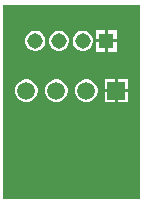
<source format=gbr>
G04*
G04 #@! TF.GenerationSoftware,Altium Limited,Altium Designer,25.0.2 (28)*
G04*
G04 Layer_Physical_Order=2*
G04 Layer_Color=16711680*
%FSLAX25Y25*%
%MOIN*%
G70*
G04*
G04 #@! TF.SameCoordinates,061776E8-EAF2-49E9-AD8A-D8C15C8D69D4*
G04*
G04*
G04 #@! TF.FilePolarity,Positive*
G04*
G01*
G75*
%ADD26R,0.05150X0.05150*%
%ADD27C,0.05150*%
%ADD28C,0.05906*%
%ADD29R,0.05906X0.05906*%
G36*
X46687Y1313D02*
X1313D01*
Y65987D01*
X46687D01*
Y1313D01*
D02*
G37*
%LPC*%
G36*
X39175Y57675D02*
X36100D01*
Y54600D01*
X39175D01*
Y57675D01*
D02*
G37*
G36*
X35100D02*
X32025D01*
Y54600D01*
X35100D01*
Y57675D01*
D02*
G37*
G36*
X28169Y57462D02*
X27283D01*
X26428Y57233D01*
X25662Y56790D01*
X25036Y56164D01*
X24593Y55398D01*
X24364Y54543D01*
Y53657D01*
X24593Y52802D01*
X25036Y52036D01*
X25662Y51410D01*
X26428Y50967D01*
X27283Y50738D01*
X28169D01*
X29024Y50967D01*
X29790Y51410D01*
X30416Y52036D01*
X30859Y52802D01*
X31088Y53657D01*
Y54543D01*
X30859Y55398D01*
X30416Y56164D01*
X29790Y56790D01*
X29024Y57233D01*
X28169Y57462D01*
D02*
G37*
G36*
X20295D02*
X19409D01*
X18554Y57233D01*
X17787Y56790D01*
X17162Y56164D01*
X16719Y55398D01*
X16490Y54543D01*
Y53657D01*
X16719Y52802D01*
X17162Y52036D01*
X17787Y51410D01*
X18554Y50967D01*
X19409Y50738D01*
X20295D01*
X21150Y50967D01*
X21916Y51410D01*
X22542Y52036D01*
X22985Y52802D01*
X23214Y53657D01*
Y54543D01*
X22985Y55398D01*
X22542Y56164D01*
X21916Y56790D01*
X21150Y57233D01*
X20295Y57462D01*
D02*
G37*
G36*
X12421D02*
X11535D01*
X10680Y57233D01*
X9913Y56790D01*
X9287Y56164D01*
X8845Y55398D01*
X8616Y54543D01*
Y53657D01*
X8845Y52802D01*
X9287Y52036D01*
X9913Y51410D01*
X10680Y50967D01*
X11535Y50738D01*
X12421D01*
X13276Y50967D01*
X14042Y51410D01*
X14668Y52036D01*
X15111Y52802D01*
X15340Y53657D01*
Y54543D01*
X15111Y55398D01*
X14668Y56164D01*
X14042Y56790D01*
X13276Y57233D01*
X12421Y57462D01*
D02*
G37*
G36*
X39175Y53600D02*
X36100D01*
Y50525D01*
X39175D01*
Y53600D01*
D02*
G37*
G36*
X35100D02*
X32025D01*
Y50525D01*
X35100D01*
Y53600D01*
D02*
G37*
G36*
X42953Y41453D02*
X39500D01*
Y38000D01*
X42953D01*
Y41453D01*
D02*
G37*
G36*
X38500D02*
X35047D01*
Y38000D01*
X38500D01*
Y41453D01*
D02*
G37*
G36*
X29492Y41240D02*
X28508D01*
X27556Y40985D01*
X26704Y40493D01*
X26007Y39797D01*
X25515Y38944D01*
X25260Y37992D01*
Y37008D01*
X25515Y36056D01*
X26007Y35203D01*
X26704Y34507D01*
X27556Y34015D01*
X28508Y33760D01*
X29492D01*
X30444Y34015D01*
X31297Y34507D01*
X31993Y35203D01*
X32485Y36056D01*
X32740Y37008D01*
Y37992D01*
X32485Y38944D01*
X31993Y39797D01*
X31297Y40493D01*
X30444Y40985D01*
X29492Y41240D01*
D02*
G37*
G36*
X19492D02*
X18508D01*
X17556Y40985D01*
X16703Y40493D01*
X16007Y39797D01*
X15515Y38944D01*
X15260Y37992D01*
Y37008D01*
X15515Y36056D01*
X16007Y35203D01*
X16703Y34507D01*
X17556Y34015D01*
X18508Y33760D01*
X19492D01*
X20444Y34015D01*
X21296Y34507D01*
X21993Y35203D01*
X22485Y36056D01*
X22740Y37008D01*
Y37992D01*
X22485Y38944D01*
X21993Y39797D01*
X21296Y40493D01*
X20444Y40985D01*
X19492Y41240D01*
D02*
G37*
G36*
X9492D02*
X8508D01*
X7556Y40985D01*
X6703Y40493D01*
X6007Y39797D01*
X5515Y38944D01*
X5260Y37992D01*
Y37008D01*
X5515Y36056D01*
X6007Y35203D01*
X6703Y34507D01*
X7556Y34015D01*
X8508Y33760D01*
X9492D01*
X10444Y34015D01*
X11297Y34507D01*
X11993Y35203D01*
X12485Y36056D01*
X12740Y37008D01*
Y37992D01*
X12485Y38944D01*
X11993Y39797D01*
X11297Y40493D01*
X10444Y40985D01*
X9492Y41240D01*
D02*
G37*
G36*
X42953Y37000D02*
X39500D01*
Y33547D01*
X42953D01*
Y37000D01*
D02*
G37*
G36*
X38500D02*
X35047D01*
Y33547D01*
X38500D01*
Y37000D01*
D02*
G37*
%LPD*%
D26*
X35600Y54100D02*
D03*
D27*
X27726D02*
D03*
X19852D02*
D03*
X11978D02*
D03*
D28*
X9000Y37500D02*
D03*
X19000D02*
D03*
X29000D02*
D03*
D29*
X39000D02*
D03*
M02*

</source>
